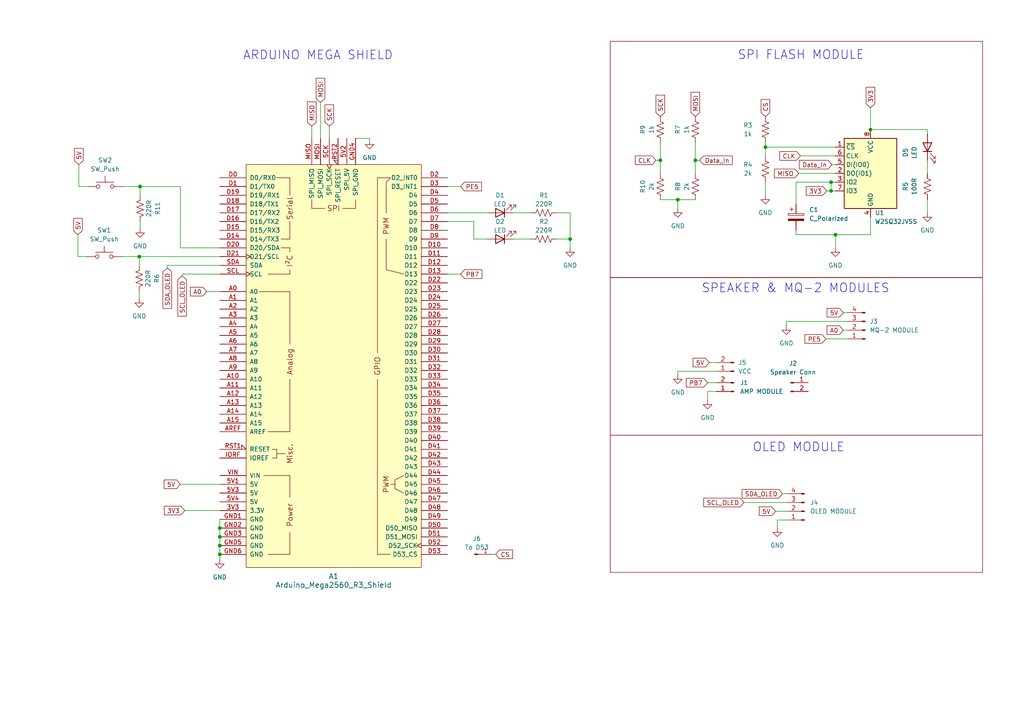
<source format=kicad_sch>
(kicad_sch (version 20230121) (generator eeschema)
  (paper "A4")
  (title_block (title "Proyek Mikrokontroler Sensor Gas") (date "2024-05-11") (rev "1.0"))
  (lib_symbols
    (symbol "Connector:Conn_01x01_Pin" (pin_names (offset 1.016) hide)
      (property "Reference" "J" (at 0 2.54 0))
      (property "Value" "Conn_01x01_Pin" (at 0 -2.54 0))
      (symbol "Conn_01x01_Pin_1_1"
        (polyline (pts (xy 1.27 0) (xy 0.8636 0)) (stroke (width 0.1524)))
        (rectangle (start 0.8636 0.127) (end 0 -0.127) (stroke (width 0.1524)) (fill (type outline)))
        (pin passive line (at 5.08 0 180) (length 3.81) (name "Pin_1") (number "1"))
      )
    )
    (symbol "Connector:Conn_01x02_Pin" (pin_names (offset 1.016) hide)
      (property "Reference" "J" (at 0 2.54 0))
      (property "Value" "Conn_01x02_Pin" (at 0 -5.08 0))
      (symbol "Conn_01x02_Pin_1_1"
        (polyline (pts (xy 1.27 -2.54) (xy 0.8636 -2.54)) (stroke (width 0.1524)))
        (polyline (pts (xy 1.27 0) (xy 0.8636 0)) (stroke (width 0.1524)))
        (rectangle (start 0.8636 -2.413) (end 0 -2.667) (stroke (width 0.1524)) (fill (type outline)))
        (rectangle (start 0.8636 0.127) (end 0 -0.127) (stroke (width 0.1524)) (fill (type outline)))
        (pin passive line (at 5.08 0 180) (length 3.81) (name "Pin_1") (number "1"))
        (pin passive line (at 5.08 -2.54 180) (length 3.81) (name "Pin_2") (number "2"))
      )
    )
    (symbol "Connector:Conn_01x04_Pin" (pin_names (offset 1.016) hide)
      (property "Reference" "J" (at 0 5.08 0))
      (property "Value" "Conn_01x04_Pin" (at 0 -7.62 0))
      (symbol "Conn_01x04_Pin_1_1"
        (polyline (pts (xy 1.27 -5.08) (xy 0.8636 -5.08)) (stroke (width 0.1524)))
        (polyline (pts (xy 1.27 -2.54) (xy 0.8636 -2.54)) (stroke (width 0.1524)))
        (polyline (pts (xy 1.27 0) (xy 0.8636 0)) (stroke (width 0.1524)))
        (polyline (pts (xy 1.27 2.54) (xy 0.8636 2.54)) (stroke (width 0.1524)))
        (rectangle (start 0.8636 -4.953) (end 0 -5.207) (stroke (width 0.1524)) (fill (type outline)))
        (rectangle (start 0.8636 -2.413) (end 0 -2.667) (stroke (width 0.1524)) (fill (type outline)))
        (rectangle (start 0.8636 0.127) (end 0 -0.127) (stroke (width 0.1524)) (fill (type outline)))
        (rectangle (start 0.8636 2.667) (end 0 2.413) (stroke (width 0.1524)) (fill (type outline)))
        (pin passive line (at 5.08 2.54 180) (length 3.81) (name "Pin_1") (number "1"))
        (pin passive line (at 5.08 0 180) (length 3.81) (name "Pin_2") (number "2"))
        (pin passive line (at 5.08 -2.54 180) (length 3.81) (name "Pin_3") (number "3"))
        (pin passive line (at 5.08 -5.08 180) (length 3.81) (name "Pin_4") (number "4"))
      )
    )
    (symbol "Device:C_Polarized" (pin_numbers hide) (pin_names (offset 0.254))
      (property "Reference" "C" (at 0.635 2.54 0))
      (property "Value" "C_Polarized" (at 0.635 -2.54 0))
      (symbol "C_Polarized_0_1"
        (rectangle (start -2.286 0.508) (end 2.286 1.016))
        (polyline (pts (xy -1.778 2.286) (xy -0.762 2.286)))
        (polyline (pts (xy -1.27 2.794) (xy -1.27 1.778)))
        (rectangle (start 2.286 -0.508) (end -2.286 -1.016) (fill (type outline)))
      )
      (symbol "C_Polarized_1_1"
        (pin passive line (at 0 3.81 270) (length 2.794) (name "~") (number "1"))
        (pin passive line (at 0 -3.81 90) (length 2.794) (name "~") (number "2"))
      )
    )
    (symbol "Device:LED" (pin_numbers hide) (pin_names (offset 1.016) hide)
      (property "Reference" "D" (at 0 2.54 0))
      (property "Value" "LED" (at 0 -2.54 0))
      (symbol "LED_0_1"
        (polyline (pts (xy -1.27 -1.27) (xy -1.27 1.27)) (stroke (width 0.254)))
        (polyline (pts (xy -1.27 0) (xy 1.27 0)))
        (polyline (pts (xy 1.27 -1.27) (xy 1.27 1.27) (xy -1.27 0) (xy 1.27 -1.27)) (stroke (width 0.254)))
        (polyline (pts (xy -3.048 -0.762) (xy -4.572 -2.286) (xy -3.81 -2.286) (xy -4.572 -2.286) (xy -4.572 -1.524)))
        (polyline (pts (xy -1.778 -0.762) (xy -3.302 -2.286) (xy -2.54 -2.286) (xy -3.302 -2.286) (xy -3.302 -1.524)))
      )
      (symbol "LED_1_1"
        (pin passive line (at -3.81 0 0) (length 2.54) (name "K") (number "1"))
        (pin passive line (at 3.81 0 180) (length 2.54) (name "A") (number "2"))
      )
    )
    (symbol "Device:R_US" (pin_numbers hide) (pin_names (offset 0))
      (property "Reference" "R" (at 2.54 0 90))
      (property "Value" "R_US" (at -2.54 0 90))
      (symbol "R_US_0_1"
        (polyline (pts (xy 0 -2.286) (xy 0 -2.54)))
        (polyline (pts (xy 0 2.286) (xy 0 2.54)))
        (polyline (pts (xy 0 -0.762) (xy 1.016 -1.143) (xy 0 -1.524) (xy -1.016 -1.905) (xy 0 -2.286)))
        (polyline (pts (xy 0 0.762) (xy 1.016 0.381) (xy 0 0) (xy -1.016 -0.381) (xy 0 -0.762)))
        (polyline (pts (xy 0 2.286) (xy 1.016 1.905) (xy 0 1.524) (xy -1.016 1.143) (xy 0 0.762)))
      )
      (symbol "R_US_1_1"
        (pin passive line (at 0 3.81 270) (length 1.27) (name "~") (number "1"))
        (pin passive line (at 0 -3.81 90) (length 1.27) (name "~") (number "2"))
      )
    )
    (symbol "Memory_Flash:W25Q32JVSS"
      (property "Reference" "U" (at -6.35 11.43 0))
      (property "Value" "W25Q32JVSS" (at 7.62 11.43 0))
      (symbol "W25Q32JVSS_0_1"
        (rectangle (start -7.62 10.16) (end 7.62 -10.16) (stroke (width 0.254)) (fill (type background)))
      )
      (symbol "W25Q32JVSS_1_1"
        (pin input line (at -10.16 7.62 0) (length 2.54) (name "~{CS}") (number "1"))
        (pin bidirectional line (at -10.16 0 0) (length 2.54) (name "DO(IO1)") (number "2"))
        (pin bidirectional line (at -10.16 -2.54 0) (length 2.54) (name "IO2") (number "3"))
        (pin power_in line (at 0 -12.7 90) (length 2.54) (name "GND") (number "4"))
        (pin bidirectional line (at -10.16 2.54 0) (length 2.54) (name "DI(IO0)") (number "5"))
        (pin input line (at -10.16 5.08 0) (length 2.54) (name "CLK") (number "6"))
        (pin bidirectional line (at -10.16 -5.08 0) (length 2.54) (name "IO3") (number "7"))
        (pin power_in line (at 0 12.7 270) (length 2.54) (name "VCC") (number "8"))
      )
    )
    (symbol "PCM_arduino-library:Arduino_Mega2560_R3_Shield" (pin_names (offset 1.016))
      (property "Reference" "A" (at 0 -62.23 0))
      (property "Value" "Arduino_Mega2560_R3_Shield" (at 0 -66.04 0))
      (symbol "Arduino_Mega2560_R3_Shield_0_0"
        (rectangle (start -25.4 -58.42) (end 25.4 58.42) (fill (type background)))
        (rectangle (start -20.32 -31.75) (end -12.7 -31.75))
        (rectangle (start -19.05 -54.61) (end -12.7 -54.61))
        (rectangle (start -19.05 -19.05) (end -12.7 -19.05))
        (rectangle (start -19.05 26.67) (end -12.7 26.67))
        (rectangle (start -17.78 -26.67) (end -16.51 -26.67))
        (rectangle (start -17.78 -24.13) (end -16.51 -24.13))
        (rectangle (start -16.51 -25.4) (end -13.97 -25.4))
        (rectangle (start -16.51 -24.13) (end -16.51 -26.67))
        (rectangle (start -16.51 54.61) (end -12.7 54.61))
        (rectangle (start -15.24 34.29) (end -12.7 34.29))
        (rectangle (start -15.24 36.83) (end -12.7 36.83))
        (rectangle (start -12.7 -54.61) (end -12.7 -48.26))
        (rectangle (start -12.7 -31.75) (end -12.7 -38.1))
        (rectangle (start -12.7 26.67) (end -12.7 27.94))
        (rectangle (start -12.7 34.29) (end -12.7 33.02))
        (rectangle (start -12.7 41.91) (end -12.7 36.83))
        (rectangle (start -12.7 49.53) (end -12.7 54.61))
        (rectangle (start -6.35 48.26) (end -6.35 45.72))
        (rectangle (start -2.54 45.72) (end -6.35 45.72))
        (polyline (pts (xy -21.59 21.59) (xy -12.7 21.59)))
        (polyline (pts (xy -12.7 -19.05) (xy -12.7 -3.81)))
        (polyline (pts (xy -12.7 6.35) (xy -12.7 21.59)))
        (polyline (pts (xy 12.7 -54.61) (xy 16.51 -54.61)))
        (polyline (pts (xy 12.7 54.61) (xy 16.51 54.61)))
        (polyline (pts (xy 17.78 -34.29) (xy 16.51 -34.29)))
        (polyline (pts (xy 15.24 36.83) (xy 15.24 27.94) (xy 20.32 26.67)))
        (polyline (pts (xy 15.24 44.45) (xy 15.24 53.34) (xy 16.51 54.61)))
        (polyline (pts (xy 20.32 -31.75) (xy 17.78 -33.02) (xy 17.78 -35.56) (xy 20.32 -36.83)))
        (rectangle (start 6.35 45.72) (end 2.54 45.72))
        (rectangle (start 6.35 48.26) (end 6.35 45.72))
        (text "Analog" (at -12.7 1.27 900) (effects (font (size 1.524 1.524))))
        (text "I²C" (at -12.7 30.48 900) (effects (font (size 1.524 1.524))))
        (text "Misc." (at -12.7 -25.4 900) (effects (font (size 1.524 1.524))))
        (text "Power" (at -12.7 -43.18 900) (effects (font (size 1.524 1.524))))
        (text "PWM" (at 15.24 -34.29 900) (effects (font (size 1.524 1.524))))
        (text "PWM" (at 15.24 40.64 900) (effects (font (size 1.524 1.524))))
        (text "Serial" (at -12.7 45.72 900) (effects (font (size 1.524 1.524))))
        (text "SPI" (at 0 45.72 0) (effects (font (size 1.524 1.524))))
      )
      (symbol "Arduino_Mega2560_R3_Shield_1_0"
        (rectangle (start 12.7 -54.61) (end 12.7 -3.81))
        (rectangle (start 12.7 54.61) (end 12.7 3.81))
        (text "GPIO" (at 12.7 0 900) (effects (font (size 1.524 1.524))))
      )
      (symbol "Arduino_Mega2560_R3_Shield_1_1"
        (pin power_out line (at -33.02 -41.91 0) (length 7.62) (name "3.3V") (number "3V3"))
        (pin power_in line (at -33.02 -34.29 0) (length 7.62) (name "5V") (number "5V1"))
        (pin power_in line (at 3.81 66.04 270) (length 7.62) (name "SPI_5V") (number "5V2"))
        (pin power_in line (at -33.02 -36.83 0) (length 7.62) (name "5V") (number "5V3"))
        (pin power_in line (at -33.02 -39.37 0) (length 7.62) (name "5V") (number "5V4"))
        (pin bidirectional line (at -33.02 21.59 0) (length 7.62) (name "A0") (number "A0"))
        (pin bidirectional line (at -33.02 19.05 0) (length 7.62) (name "A1") (number "A1"))
        (pin bidirectional line (at -33.02 -3.81 0) (length 7.62) (name "A10") (number "A10"))
        (pin bidirectional line (at -33.02 -6.35 0) (length 7.62) (name "A11") (number "A11"))
        (pin bidirectional line (at -33.02 -8.89 0) (length 7.62) (name "A12") (number "A12"))
        (pin bidirectional line (at -33.02 -11.43 0) (length 7.62) (name "A13") (number "A13"))
        (pin bidirectional line (at -33.02 -13.97 0) (length 7.62) (name "A14") (number "A14"))
        (pin bidirectional line (at -33.02 -16.51 0) (length 7.62) (name "A15") (number "A15"))
        (pin bidirectional line (at -33.02 16.51 0) (length 7.62) (name "A2") (number "A2"))
        (pin bidirectional line (at -33.02 13.97 0) (length 7.62) (name "A3") (number "A3"))
        (pin bidirectional line (at -33.02 11.43 0) (length 7.62) (name "A4") (number "A4"))
        (pin bidirectional line (at -33.02 8.89 0) (length 7.62) (name "A5") (number "A5"))
        (pin bidirectional line (at -33.02 6.35 0) (length 7.62) (name "A6") (number "A6"))
        (pin bidirectional line (at -33.02 3.81 0) (length 7.62) (name "A7") (number "A7"))
        (pin bidirectional line (at -33.02 1.27 0) (length 7.62) (name "A8") (number "A8"))
        (pin bidirectional line (at -33.02 -1.27 0) (length 7.62) (name "A9") (number "A9"))
        (pin input line (at -33.02 -19.05 0) (length 7.62) (name "AREF") (number "AREF"))
        (pin bidirectional line (at -33.02 54.61 0) (length 7.62) (name "D0/RX0") (number "D0"))
        (pin bidirectional line (at -33.02 52.07 0) (length 7.62) (name "D1/TX0") (number "D1"))
        (pin bidirectional line (at 33.02 34.29 180) (length 7.62) (name "D10") (number "D10"))
        (pin bidirectional line (at 33.02 31.75 180) (length 7.62) (name "D11") (number "D11"))
        (pin bidirectional line (at 33.02 29.21 180) (length 7.62) (name "D12") (number "D12"))
        (pin bidirectional line (at 33.02 26.67 180) (length 7.62) (name "D13") (number "D13"))
        (pin bidirectional line (at -33.02 36.83 0) (length 7.62) (name "D14/TX3") (number "D14"))
        (pin bidirectional line (at -33.02 39.37 0) (length 7.62) (name "D15/RX3") (number "D15"))
        (pin bidirectional line (at -33.02 41.91 0) (length 7.62) (name "D16/TX2") (number "D16"))
        (pin bidirectional line (at -33.02 44.45 0) (length 7.62) (name "D17/RX2") (number "D17"))
        (pin bidirectional line (at -33.02 46.99 0) (length 7.62) (name "D18/TX1") (number "D18"))
        (pin bidirectional line (at -33.02 49.53 0) (length 7.62) (name "D19/RX1") (number "D19"))
        (pin bidirectional line (at 33.02 54.61 180) (length 7.62) (name "D2_INT0") (number "D2"))
        (pin bidirectional line (at -33.02 34.29 0) (length 7.62) (name "D20/SDA") (number "D20"))
        (pin bidirectional clock (at -33.02 31.75 0) (length 7.62) (name "D21/SCL") (number "D21"))
        (pin bidirectional line (at 33.02 24.13 180) (length 7.62) (name "D22") (number "D22"))
        (pin bidirectional line (at 33.02 21.59 180) (length 7.62) (name "D23") (number "D23"))
        (pin bidirectional line (at 33.02 19.05 180) (length 7.62) (name "D24") (number "D24"))
        (pin bidirectional line (at 33.02 16.51 180) (length 7.62) (name "D25") (number "D25"))
        (pin bidirectional line (at 33.02 13.97 180) (length 7.62) (name "D26") (number "D26"))
        (pin bidirectional line (at 33.02 11.43 180) (length 7.62) (name "D27") (number "D27"))
        (pin bidirectional line (at 33.02 8.89 180) (length 7.62) (name "D28") (number "D28"))
        (pin bidirectional line (at 33.02 6.35 180) (length 7.62) (name "D29") (number "D29"))
        (pin bidirectional line (at 33.02 52.07 180) (length 7.62) (name "D3_INT1") (number "D3"))
        (pin bidirectional line (at 33.02 3.81 180) (length 7.62) (name "D30") (number "D30"))
        (pin bidirectional line (at 33.02 1.27 180) (length 7.62) (name "D31") (number "D31"))
        (pin bidirectional line (at 33.02 -1.27 180) (length 7.62) (name "D32") (number "D32"))
        (pin bidirectional line (at 33.02 -3.81 180) (length 7.62) (name "D33") (number "D33"))
        (pin bidirectional line (at 33.02 -6.35 180) (length 7.62) (name "D34") (number "D34"))
        (pin bidirectional line (at 33.02 -8.89 180) (length 7.62) (name "D35") (number "D35"))
        (pin bidirectional line (at 33.02 -11.43 180) (length 7.62) (name "D36") (number "D36"))
        (pin bidirectional line (at 33.02 -13.97 180) (length 7.62) (name "D37") (number "D37"))
        (pin bidirectional line (at 33.02 -16.51 180) (length 7.62) (name "D38") (number "D38"))
        (pin bidirectional line (at 33.02 -19.05 180) (length 7.62) (name "D39") (number "D39"))
        (pin bidirectional line (at 33.02 49.53 180) (length 7.62) (name "D4") (number "D4"))
        (pin bidirectional line (at 33.02 -21.59 180) (length 7.62) (name "D40") (number "D40"))
        (pin bidirectional line (at 33.02 -24.13 180) (length 7.62) (name "D41") (number "D41"))
        (pin bidirectional line (at 33.02 -26.67 180) (length 7.62) (name "D42") (number "D42"))
        (pin bidirectional line (at 33.02 -29.21 180) (length 7.62) (name "D43") (number "D43"))
        (pin bidirectional line (at 33.02 -31.75 180) (length 7.62) (name "D44") (number "D44"))
        (pin bidirectional line (at 33.02 -34.29 180) (length 7.62) (name "D45") (number "D45"))
        (pin bidirectional line (at 33.02 -36.83 180) (length 7.62) (name "D46") (number "D46"))
        (pin bidirectional line (at 33.02 -39.37 180) (length 7.62) (name "D47") (number "D47"))
        (pin bidirectional line (at 33.02 -41.91 180) (length 7.62) (name "D48") (number "D48"))
        (pin bidirectional line (at 33.02 -44.45 180) (length 7.62) (name "D49") (number "D49"))
        (pin bidirectional line (at 33.02 46.99 180) (length 7.62) (name "D5") (number "D5"))
        (pin bidirectional line (at 33.02 -46.99 180) (length 7.62) (name "D50_MISO") (number "D50"))
        (pin bidirectional line (at 33.02 -49.53 180) (length 7.62) (name "D51_MOSI") (number "D51"))
        (pin bidirectional clock (at 33.02 -52.07 180) (length 7.62) (name "D52_SCK") (number "D52"))
        (pin bidirectional line (at 33.02 -54.61 180) (length 7.62) (name "D53_CS") (number "D53"))
        (pin bidirectional line (at 33.02 44.45 180) (length 7.62) (name "D6") (number "D6"))
        (pin bidirectional line (at 33.02 41.91 180) (length 7.62) (name "D7") (number "D7"))
        (pin bidirectional line (at 33.02 39.37 180) (length 7.62) (name "D8") (number "D8"))
        (pin bidirectional line (at 33.02 36.83 180) (length 7.62) (name "D9") (number "D9"))
        (pin power_in line (at -33.02 -44.45 0) (length 7.62) (name "GND") (number "GND1"))
        (pin power_in line (at -33.02 -46.99 0) (length 7.62) (name "GND") (number "GND2"))
        (pin power_in line (at -33.02 -49.53 0) (length 7.62) (name "GND") (number "GND3"))
        (pin power_in line (at 6.35 66.04 270) (length 7.62) (name "SPI_GND") (number "GND4"))
        (pin power_in line (at -33.02 -52.07 0) (length 7.62) (name "GND") (number "GND5"))
        (pin power_in line (at -33.02 -54.61 0) (length 7.62) (name "GND") (number "GND6"))
        (pin output line (at -33.02 -26.67 0) (length 7.62) (name "IOREF") (number "IORF"))
        (pin input line (at -6.35 66.04 270) (length 7.62) (name "SPI_MISO") (number "MISO"))
        (pin output line (at -3.81 66.04 270) (length 7.62) (name "SPI_MOSI") (number "MOSI"))
        (pin open_collector input_low (at -33.02 -24.13 0) (length 7.62) (name "RESET") (number "RST1"))
        (pin open_collector input_low (at 1.27 66.04 270) (length 7.62) (name "SPI_RESET") (number "RST2"))
        (pin output clock (at -1.27 66.04 270) (length 7.62) (name "SPI_SCK") (number "SCK"))
        (pin bidirectional clock (at -33.02 26.67 0) (length 7.62) (name "SCL") (number "SCL"))
        (pin bidirectional line (at -33.02 29.21 0) (length 7.62) (name "SDA") (number "SDA"))
        (pin power_in line (at -33.02 -31.75 0) (length 7.62) (name "VIN") (number "VIN"))
      )
    )
    (symbol "Switch:SW_Push" (pin_numbers hide) (pin_names (offset 1.016) hide)
      (property "Reference" "SW" (at 1.27 2.54 0))
      (property "Value" "SW_Push" (at 0 -1.524 0))
      (symbol "SW_Push_0_1"
        (circle (center -2.032 0) (radius 0.508))
        (polyline (pts (xy 0 1.27) (xy 0 3.048)))
        (polyline (pts (xy 2.54 1.27) (xy -2.54 1.27)))
        (circle (center 2.032 0) (radius 0.508))
        (pin passive line (at -5.08 0 0) (length 2.54) (name "1") (number "1"))
        (pin passive line (at 5.08 0 180) (length 2.54) (name "2") (number "2"))
      )
    )
    (symbol "power:GND" (power) (pin_names (offset 0))
      (property "Value" "GND" (at 0 -3.81 0))
      (symbol "GND_0_1"
        (polyline (pts (xy 0 0) (xy 0 -1.27) (xy 1.27 -1.27) (xy 0 -2.54) (xy -1.27 -1.27) (xy 0 -1.27)))
      )
      (symbol "GND_1_1"
        (pin power_in line (at 0 0 270) (length 0) hide (name "GND") (number "1"))
      )
    )
  )
  (junction (at 40.64 54.102))
  (junction (at 242.316 68.072))
  (junction (at 63.754 160.782))
  (junction (at 40.386 74.422))
  (junction (at 241.046 52.832))
  (junction (at 63.754 155.702))
  (junction (at 191.516 46.482))
  (junction (at 165.354 69.342))
  (junction (at 196.596 57.912))
  (junction (at 63.754 153.162))
  (junction (at 221.996 42.672))
  (junction (at 201.676 46.482))
  (junction (at 252.476 37.592))
  (junction (at 63.754 158.242))
  (junction (at 241.046 55.372))
  (wire (pts (xy 129.794 54.102) (xy 133.604 54.102)))
  (wire (pts (xy 161.544 61.722) (xy 165.354 61.722)))
  (wire (pts (xy 226.9744 143.2052) (xy 228.2444 143.2052)))
  (wire (pts (xy 228.092 93.218) (xy 228.092 94.488)))
  (wire (pts (xy 242.316 68.072) (xy 242.316 71.882)))
  (wire (pts (xy 59.944 84.582) (xy 63.754 84.582)))
  (wire (pts (xy 244.602 95.758) (xy 245.872 95.758)))
  (wire (pts (xy 191.516 57.912) (xy 196.596 57.912)))
  (wire (pts (xy 92.964 29.718) (xy 92.964 40.132)))
  (wire (pts (xy 40.386 84.582) (xy 40.386 86.614)))
  (wire (pts (xy 221.996 52.832) (xy 221.996 56.642)))
  (wire (pts (xy 268.986 50.292) (xy 268.986 46.482)))
  (wire (pts (xy 241.3 47.752) (xy 242.316 47.752)))
  (wire (pts (xy 63.754 79.502) (xy 52.832 79.502)))
  (wire (pts (xy 205.232 110.998) (xy 207.772 110.998)))
  (wire (pts (xy 129.794 61.722) (xy 141.224 61.722)))
  (wire (pts (xy 196.596 57.912) (xy 201.676 57.912)))
  (wire (pts (xy 63.754 155.702) (xy 63.754 158.242)))
  (wire (pts (xy 52.832 79.502) (xy 52.832 80.01)))
  (wire (pts (xy 201.676 41.402) (xy 201.676 46.482)))
  (wire (pts (xy 40.386 74.422) (xy 35.306 74.422)))
  (wire (pts (xy 142.748 160.782) (xy 143.764 160.782)))
  (wire (pts (xy 230.886 68.072) (xy 242.316 68.072)))
  (wire (pts (xy 107.188 40.132) (xy 107.188 40.64)))
  (wire (pts (xy 52.324 54.102) (xy 40.64 54.102)))
  (wire (pts (xy 137.414 69.342) (xy 141.224 69.342)))
  (wire (pts (xy 224.9424 148.2852) (xy 228.2444 148.2852)))
  (wire (pts (xy 103.124 40.132) (xy 107.188 40.132)))
  (wire (pts (xy 129.794 79.502) (xy 133.604 79.502)))
  (wire (pts (xy 148.844 69.342) (xy 153.924 69.342)))
  (wire (pts (xy 205.232 116.078) (xy 205.232 113.538)))
  (wire (pts (xy 63.754 160.782) (xy 63.754 162.306)))
  (wire (pts (xy 22.86 47.752) (xy 22.86 54.102)))
  (wire (pts (xy 221.996 41.402) (xy 221.996 42.672)))
  (wire (pts (xy 40.386 76.962) (xy 40.386 74.422)))
  (wire (pts (xy 63.754 158.242) (xy 63.754 160.782)))
  (wire (pts (xy 268.986 57.912) (xy 268.986 61.722)))
  (wire (pts (xy 63.754 153.162) (xy 63.754 155.702)))
  (wire (pts (xy 205.74 105.156) (xy 207.772 105.156)))
  (wire (pts (xy 242.316 68.072) (xy 252.476 68.072)))
  (wire (pts (xy 201.676 46.482) (xy 202.946 46.482)))
  (wire (pts (xy 63.754 76.962) (xy 48.514 76.962)))
  (wire (pts (xy 40.64 56.642) (xy 40.64 54.102)))
  (wire (pts (xy 244.602 90.678) (xy 245.872 90.678)))
  (wire (pts (xy 215.7984 145.7452) (xy 228.2444 145.7452)))
  (wire (pts (xy 252.476 31.242) (xy 252.476 37.592)))
  (wire (pts (xy 137.414 64.262) (xy 137.414 69.342)))
  (wire (pts (xy 52.324 140.462) (xy 63.754 140.462)))
  (wire (pts (xy 40.64 54.102) (xy 35.56 54.102)))
  (wire (pts (xy 228.2444 150.8252) (xy 225.4504 150.8252)))
  (wire (pts (xy 230.886 52.832) (xy 241.046 52.832)))
  (wire (pts (xy 196.596 57.912) (xy 196.596 60.452)))
  (wire (pts (xy 22.606 74.422) (xy 25.146 74.422)))
  (wire (pts (xy 230.886 66.802) (xy 230.886 68.072)))
  (wire (pts (xy 161.544 69.342) (xy 165.354 69.342)))
  (wire (pts (xy 148.844 61.722) (xy 153.924 61.722)))
  (wire (pts (xy 191.516 46.482) (xy 191.516 50.292)))
  (wire (pts (xy 231.648 50.292) (xy 242.316 50.292)))
  (wire (pts (xy 232.156 45.212) (xy 242.316 45.212)))
  (wire (pts (xy 241.046 52.832) (xy 242.316 52.832)))
  (wire (pts (xy 52.324 71.882) (xy 52.324 54.102)))
  (wire (pts (xy 191.516 41.402) (xy 191.516 46.482)))
  (wire (pts (xy 63.754 71.882) (xy 52.324 71.882)))
  (wire (pts (xy 63.754 150.622) (xy 63.754 153.162)))
  (wire (pts (xy 239.522 98.298) (xy 245.872 98.298)))
  (wire (pts (xy 165.354 69.342) (xy 165.354 71.882)))
  (wire (pts (xy 201.676 46.482) (xy 201.676 50.292)))
  (wire (pts (xy 230.886 59.182) (xy 230.886 52.832)))
  (wire (pts (xy 205.232 113.538) (xy 207.772 113.538)))
  (wire (pts (xy 95.504 36.576) (xy 95.504 40.132)))
  (wire (pts (xy 40.386 74.422) (xy 63.754 74.422)))
  (wire (pts (xy 252.476 68.072) (xy 252.476 62.992)))
  (wire (pts (xy 252.476 37.592) (xy 268.986 37.592)))
  (wire (pts (xy 48.514 76.962) (xy 48.514 77.724)))
  (wire (pts (xy 90.424 36.576) (xy 90.424 40.132)))
  (wire (pts (xy 239.776 55.372) (xy 241.046 55.372)))
  (wire (pts (xy 221.996 42.672) (xy 221.996 45.212)))
  (wire (pts (xy 190.246 46.482) (xy 191.516 46.482)))
  (wire (pts (xy 207.772 107.696) (xy 196.596 107.696)))
  (wire (pts (xy 225.4504 150.8252) (xy 225.4504 153.1112)))
  (wire (pts (xy 165.354 61.722) (xy 165.354 69.342)))
  (wire (pts (xy 196.596 107.696) (xy 196.596 108.712)))
  (wire (pts (xy 268.986 37.592) (xy 268.986 38.862)))
  (wire (pts (xy 242.316 42.672) (xy 221.996 42.672)))
  (wire (pts (xy 22.86 54.102) (xy 25.4 54.102)))
  (wire (pts (xy 245.872 93.218) (xy 228.092 93.218)))
  (wire (pts (xy 53.594 148.082) (xy 63.754 148.082)))
  (wire (pts (xy 241.046 52.832) (xy 241.046 55.372)))
  (wire (pts (xy 241.046 55.372) (xy 242.316 55.372)))
  (wire (pts (xy 22.606 68.072) (xy 22.606 74.422)))
  (wire (pts (xy 40.64 64.262) (xy 40.64 66.294)))
  (wire (pts (xy 129.794 64.262) (xy 137.414 64.262)))
  (rectangle (start 176.9872 80.518) (end 284.988 126.238) (stroke (width 0) (color 132 0 0 1)))
  (rectangle (start 176.9872 11.9888) (end 284.988 80.518) (stroke (width 0) (color 132 0 0 1)))
  (rectangle (start 176.9872 126.238) (end 284.988 166.0144) (stroke (width 0) (color 132 0 0 1)))
  (text "SPI FLASH MODULE" (at 250.7488 17.526 0) (effects (font (size 2.54 2.54)) (justify right bottom)))
  (text "OLED MODULE" (at 245.0592 131.318 0) (effects (font (size 2.54 2.54)) (justify right bottom)))
  (text "SPEAKER & MQ-2 MODULES" (at 258.064 85.1916 0) (effects (font (size 2.54 2.54)) (justify right bottom)))
  (text "ARDUINO MEGA SHIELD" (at 114.046 17.6276 0) (effects (font (size 2.54 2.54)) (justify right bottom)))
  (global_label "SDA_OLED" (shape input) (at 226.9744 143.2052 180) (property "Intersheetrefs" "${INTERSHEET_REFS}" (effects hide)))
  (global_label "A0" (shape input) (at 244.602 95.758 180) (property "Intersheetrefs" "${INTERSHEET_REFS}" (effects hide)))
  (global_label "MOSI" (shape input) (at 201.676 33.782 90) (property "Intersheetrefs" "${INTERSHEET_REFS}" (effects hide)))
  (global_label "PE5" (shape input) (at 133.604 54.102 0) (property "Intersheetrefs" "${INTERSHEET_REFS}" (effects hide)))
  (global_label "5V" (shape input) (at 22.606 68.072 90) (property "Intersheetrefs" "${INTERSHEET_REFS}" (effects hide)))
  (global_label "SDA_OLED" (shape input) (at 48.514 77.724 270) (property "Intersheetrefs" "${INTERSHEET_REFS}" (effects hide)))
  (global_label "SCL_OLED" (shape input) (at 215.7984 145.7452 180) (property "Intersheetrefs" "${INTERSHEET_REFS}" (effects hide)))
  (global_label "3V3" (shape input) (at 239.776 55.372 180) (property "Intersheetrefs" "${INTERSHEET_REFS}" (effects hide)))
  (global_label "Data_In" (shape input) (at 241.3 47.752 180) (property "Intersheetrefs" "${INTERSHEET_REFS}" (effects hide)))
  (global_label "SCL_OLED" (shape input) (at 52.832 80.01 270) (property "Intersheetrefs" "${INTERSHEET_REFS}" (effects hide)))
  (global_label "MISO" (shape input) (at 231.648 50.292 180) (property "Intersheetrefs" "${INTERSHEET_REFS}" (effects hide)))
  (global_label "SCK" (shape input) (at 191.516 33.782 90) (property "Intersheetrefs" "${INTERSHEET_REFS}" (effects hide)))
  (global_label "PE5" (shape input) (at 239.522 98.298 180) (property "Intersheetrefs" "${INTERSHEET_REFS}" (effects hide)))
  (global_label "CS" (shape input) (at 143.764 160.782 0) (property "Intersheetrefs" "${INTERSHEET_REFS}" (effects hide)))
  (global_label "5V" (shape input) (at 244.602 90.678 180) (property "Intersheetrefs" "${INTERSHEET_REFS}" (effects hide)))
  (global_label "Data_In" (shape input) (at 202.946 46.482 0) (property "Intersheetrefs" "${INTERSHEET_REFS}" (effects hide)))
  (global_label "5V" (shape input) (at 224.9424 148.2852 180) (property "Intersheetrefs" "${INTERSHEET_REFS}" (effects hide)))
  (global_label "3V3" (shape input) (at 252.476 31.242 90) (property "Intersheetrefs" "${INTERSHEET_REFS}" (effects hide)))
  (global_label "A0" (shape input) (at 59.944 84.582 180) (property "Intersheetrefs" "${INTERSHEET_REFS}" (effects hide)))
  (global_label "5V" (shape input) (at 52.324 140.462 180) (property "Intersheetrefs" "${INTERSHEET_REFS}" (effects hide)))
  (global_label "5V" (shape input) (at 205.74 105.156 180) (property "Intersheetrefs" "${INTERSHEET_REFS}" (effects hide)))
  (global_label "CLK" (shape input) (at 190.246 46.482 180) (property "Intersheetrefs" "${INTERSHEET_REFS}" (effects hide)))
  (global_label "3V3" (shape input) (at 53.594 148.082 180) (property "Intersheetrefs" "${INTERSHEET_REFS}" (effects hide)))
  (global_label "MOSI" (shape input) (at 92.964 29.718 90) (property "Intersheetrefs" "${INTERSHEET_REFS}" (effects hide)))
  (global_label "5V" (shape input) (at 22.86 47.752 90) (property "Intersheetrefs" "${INTERSHEET_REFS}" (effects hide)))
  (global_label "CLK" (shape input) (at 232.156 45.212 180) (property "Intersheetrefs" "${INTERSHEET_REFS}" (effects hide)))
  (global_label "SCK" (shape input) (at 95.504 36.576 90) (property "Intersheetrefs" "${INTERSHEET_REFS}" (effects hide)))
  (global_label "PB7" (shape input) (at 205.232 110.998 180) (property "Intersheetrefs" "${INTERSHEET_REFS}" (effects hide)))
  (global_label "CS" (shape input) (at 221.996 33.782 90) (property "Intersheetrefs" "${INTERSHEET_REFS}" (effects hide)))
  (global_label "MISO" (shape input) (at 90.424 36.576 90) (property "Intersheetrefs" "${INTERSHEET_REFS}" (effects hide)))
  (global_label "PB7" (shape input) (at 133.604 79.502 0) (property "Intersheetrefs" "${INTERSHEET_REFS}" (effects hide)))
  (symbol (lib_id "Device:R_US") (at 40.386 80.772 0) (mirror x) (unit 1)
    (property "Reference" "R6" (at 45.466 80.772 90))
    (property "Value" "220R" (at 42.926 80.772 90))
    (property "Footprint" "Resistor_THT:R_Axial_DIN0207_L6.3mm_D2.5mm_P10.16mm_Horizontal" (effects hide))
  )
  (symbol (lib_id "Device:LED") (at 145.034 61.722 180) (unit 1)
    (property "Reference" "D1" (at 145.034 56.642 0))
    (property "Value" "LED" (at 145.034 59.182 0))
    (property "Footprint" "LED_THT:LED_D5.0mm" (effects hide))
  )
  (symbol (lib_id "power:GND") (at 196.596 108.712 0) (unit 1)
    (property "Reference" "#PWR010" (effects hide))
    (property "Value" "GND" (at 196.596 113.792 0))
  )
  (symbol (lib_id "Device:R_US") (at 191.516 37.592 0) (unit 1)
    (property "Reference" "R9" (at 186.436 37.592 90))
    (property "Value" "1k" (at 188.976 37.592 90))
    (property "Footprint" "Resistor_SMD:R_1206_3216Metric" (effects hide))
  )
  (symbol (lib_id "Device:R_US") (at 221.996 37.592 180) (unit 1)
    (property "Reference" "R3" (at 216.916 36.322 0))
    (property "Value" "1k" (at 216.916 38.862 0))
    (property "Footprint" "Resistor_SMD:R_1206_3216Metric" (effects hide))
  )
  (symbol (lib_id "Switch:SW_Push") (at 30.48 54.102 0) (mirror y) (unit 1)
    (property "Reference" "SW2" (at 30.48 46.482 0))
    (property "Value" "SW_Push" (at 30.48 49.022 0))
    (property "Footprint" "Button_Switch_THT:SW_PUSH_6mm_H8mm" (effects hide))
  )
  (symbol (lib_id "PCM_arduino-library:Arduino_Mega2560_R3_Shield") (at 96.774 106.172 0) (unit 1)
    (property "Reference" "A1" (at 96.774 167.132 0) (effects (font (size 1.524 1.524))))
    (property "Value" "Arduino_Mega2560_R3_Shield" (at 96.774 169.672 0) (effects (font (size 1.524 1.524))))
    (property "Footprint" "PCM_arduino-library:Arduino_Mega2560_R3_Shield" (effects hide))
    (property "Datasheet" "https://docs.arduino.cc/hardware/mega-2560" (effects hide))
  )
  (symbol (lib_id "Device:R_US") (at 191.516 54.102 0) (unit 1)
    (property "Reference" "R10" (at 186.436 54.102 90))
    (property "Value" "2k" (at 188.976 54.102 90))
    (property "Footprint" "Resistor_SMD:R_1206_3216Metric" (effects hide))
  )
  (symbol (lib_id "power:GND") (at 196.596 60.452 0) (unit 1)
    (property "Reference" "#PWR08" (effects hide))
    (property "Value" "GND" (at 196.596 65.532 0))
  )
  (symbol (lib_id "power:GND") (at 107.188 40.64 0) (unit 1)
    (property "Reference" "#PWR012" (effects hide))
    (property "Value" "GND" (at 107.188 45.72 0))
  )
  (symbol (lib_id "Connector:Conn_01x01_Pin") (at 137.668 160.782 0) (unit 1)
    (property "Reference" "J6" (at 138.303 156.21 0))
    (property "Value" "To D53" (at 138.303 158.75 0))
    (property "Footprint" "Connector_PinSocket_2.54mm:PinSocket_1x01_P2.54mm_Vertical" (effects hide))
  )
  (symbol (lib_id "Device:R_US") (at 40.64 60.452 0) (mirror x) (unit 1)
    (property "Reference" "R11" (at 45.72 60.452 90))
    (property "Value" "220R" (at 43.18 60.452 90))
    (property "Footprint" "Resistor_THT:R_Axial_DIN0207_L6.3mm_D2.5mm_P10.16mm_Horizontal" (effects hide))
  )
  (symbol (lib_id "power:GND") (at 228.092 94.488 0) (unit 1)
    (property "Reference" "#PWR05" (effects hide))
    (property "Value" "GND" (at 228.092 99.568 0))
  )
  (symbol (lib_id "power:GND") (at 165.354 71.882 0) (unit 1)
    (property "Reference" "#PWR01" (effects hide))
    (property "Value" "GND" (at 165.354 76.962 0))
  )
  (symbol (lib_id "power:GND") (at 242.316 71.882 0) (unit 1)
    (property "Reference" "#PWR02" (effects hide))
    (property "Value" "GND" (at 242.316 76.962 0))
  )
  (symbol (lib_id "Connector:Conn_01x02_Pin") (at 212.852 107.696 180) (unit 1)
    (property "Reference" "J5" (at 214.122 105.156 0) (effects (justify right)))
    (property "Value" "VCC" (at 214.122 107.696 0) (effects (justify right)))
    (property "Footprint" "Connector_PinSocket_2.54mm:PinSocket_1x02_P2.54mm_Vertical" (effects hide))
  )
  (symbol (lib_id "Device:R_US") (at 221.996 49.022 180) (unit 1)
    (property "Reference" "R4" (at 216.916 47.752 0))
    (property "Value" "2k" (at 216.916 50.292 0))
    (property "Footprint" "Resistor_SMD:R_1206_3216Metric" (effects hide))
  )
  (symbol (lib_id "Device:LED") (at 268.986 42.672 90) (unit 1)
    (property "Reference" "D5" (at 262.636 44.2595 0))
    (property "Value" "LED" (at 265.176 44.2595 0))
    (property "Footprint" "LED_SMD:LED_1206_3216Metric" (effects hide))
  )
  (symbol (lib_id "Connector:Conn_01x04_Pin") (at 233.3244 148.2852 180) (unit 1)
    (property "Reference" "J4" (at 234.95 145.7452 0) (effects (justify right)))
    (property "Value" "OLED MODULE" (at 234.95 148.2852 0) (effects (justify right)))
    (property "Footprint" "Connector_PinSocket_2.54mm:PinSocket_1x04_P2.54mm_Vertical" (effects hide))
  )
  (symbol (lib_id "power:GND") (at 221.996 56.642 0) (unit 1)
    (property "Reference" "#PWR07" (effects hide))
    (property "Value" "GND" (at 221.996 61.722 0))
  )
  (symbol (lib_id "Device:R_US") (at 157.734 69.342 90) (unit 1)
    (property "Reference" "R2" (at 157.734 64.262 90))
    (property "Value" "220R" (at 157.734 66.802 90))
    (property "Footprint" "Resistor_THT:R_Axial_DIN0207_L6.3mm_D2.5mm_P10.16mm_Horizontal" (effects hide))
  )
  (symbol (lib_id "power:GND") (at 205.232 116.078 0) (unit 1)
    (property "Reference" "#PWR04" (effects hide))
    (property "Value" "GND" (at 205.232 121.158 0))
  )
  (symbol (lib_id "Device:R_US") (at 201.676 54.102 0) (unit 1)
    (property "Reference" "R8" (at 196.596 54.102 90))
    (property "Value" "2k" (at 199.136 54.102 90))
    (property "Footprint" "Resistor_SMD:R_1206_3216Metric" (effects hide))
  )
  (symbol (lib_id "power:GND") (at 225.4504 153.1112 0) (unit 1)
    (property "Reference" "#PWR09" (effects hide))
    (property "Value" "GND" (at 225.4504 158.1912 0))
  )
  (symbol (lib_id "power:GND") (at 40.386 86.614 0) (mirror y) (unit 1)
    (property "Reference" "#PWR06" (effects hide))
    (property "Value" "GND" (at 40.386 91.694 0))
  )
  (symbol (lib_id "Device:R_US") (at 201.676 37.592 0) (unit 1)
    (property "Reference" "R7" (at 196.596 37.592 90))
    (property "Value" "1k" (at 199.136 37.592 90))
    (property "Footprint" "Resistor_SMD:R_1206_3216Metric" (effects hide))
  )
  (symbol (lib_id "Switch:SW_Push") (at 30.226 74.422 0) (mirror y) (unit 1)
    (property "Reference" "SW1" (at 30.226 66.802 0))
    (property "Value" "SW_Push" (at 30.226 69.342 0))
    (property "Footprint" "Button_Switch_THT:SW_PUSH_6mm_H8mm" (effects hide))
  )
  (symbol (lib_id "Memory_Flash:W25Q32JVSS") (at 252.476 50.292 0) (unit 1)
    (property "Reference" "U1" (at 253.746 61.722 0) (effects (justify left)))
    (property "Value" "W25Q32JVSS" (at 253.746 64.262 0) (effects (justify left)))
    (property "Footprint" "Package_SO:SOP-8_5.28x5.23mm_P1.27mm" (effects hide))
    (property "Datasheet" "http://www.winbond.com/resource-files/w25q32jv%20revg%2003272018%20plus.pdf" (effects hide))
  )
  (symbol (lib_id "power:GND") (at 268.986 61.722 0) (unit 1)
    (property "Reference" "#PWR03" (effects hide))
    (property "Value" "GND" (at 268.986 66.802 0))
  )
  (symbol (lib_id "Connector:Conn_01x02_Pin") (at 229.362 110.998 0) (unit 1)
    (property "Reference" "J2" (at 229.997 105.41 0))
    (property "Value" "Speaker Conn" (at 229.997 107.95 0))
    (property "Footprint" "Connector_PinSocket_2.54mm:PinSocket_1x02_P2.54mm_Vertical" (effects hide))
  )
  (symbol (lib_id "Device:LED") (at 145.034 69.342 180) (unit 1)
    (property "Reference" "D2" (at 145.034 64.262 0))
    (property "Value" "LED" (at 145.034 66.802 0))
    (property "Footprint" "LED_THT:LED_D5.0mm" (effects hide))
  )
  (symbol (lib_id "power:GND") (at 40.64 66.294 0) (mirror y) (unit 1)
    (property "Reference" "#PWR013" (effects hide))
    (property "Value" "GND" (at 40.64 71.374 0))
  )
  (symbol (lib_id "Connector:Conn_01x04_Pin") (at 250.952 95.758 180) (unit 1)
    (property "Reference" "J3" (at 252.222 93.218 0) (effects (justify right)))
    (property "Value" "MQ-2 MODULE" (at 252.222 95.758 0) (effects (justify right)))
    (property "Footprint" "Connector_PinSocket_2.54mm:PinSocket_1x04_P2.54mm_Vertical" (effects hide))
  )
  (symbol (lib_id "power:GND") (at 63.754 162.306 0) (unit 1)
    (property "Reference" "#PWR011" (effects hide))
    (property "Value" "GND" (at 63.754 167.386 0))
  )
  (symbol (lib_id "Device:R_US") (at 268.986 54.102 180) (unit 1)
    (property "Reference" "R5" (at 262.636 54.102 90))
    (property "Value" "100R" (at 265.176 54.102 90))
    (property "Footprint" "Resistor_SMD:R_1206_3216Metric" (effects hide))
  )
  (symbol (lib_id "Device:C_Polarized") (at 230.886 62.992 0) (unit 1)
    (property "Reference" "C1" (at 234.696 60.833 0) (effects (justify left)))
    (property "Value" "C_Polarized" (at 234.696 63.373 0) (effects (justify left)))
    (property "Footprint" "Capacitor_THT:CP_Radial_D6.3mm_P2.50mm" (effects hide))
  )
  (symbol (lib_id "Device:R_US") (at 157.734 61.722 90) (unit 1)
    (property "Reference" "R1" (at 157.734 56.642 90))
    (property "Value" "220R" (at 157.734 59.182 90))
    (property "Footprint" "Resistor_THT:R_Axial_DIN0207_L6.3mm_D2.5mm_P10.16mm_Horizontal" (effects hide))
  )
  (symbol (lib_id "Connector:Conn_01x02_Pin") (at 212.852 113.538 180) (unit 1)
    (property "Reference" "J1" (at 214.63 110.998 0) (effects (justify right)))
    (property "Value" "AMP MODULE" (at 214.63 113.538 0) (effects (justify right)))
    (property "Footprint" "Connector_PinSocket_2.54mm:PinSocket_1x02_P2.54mm_Vertical" (effects hide))
  )
)
</source>
